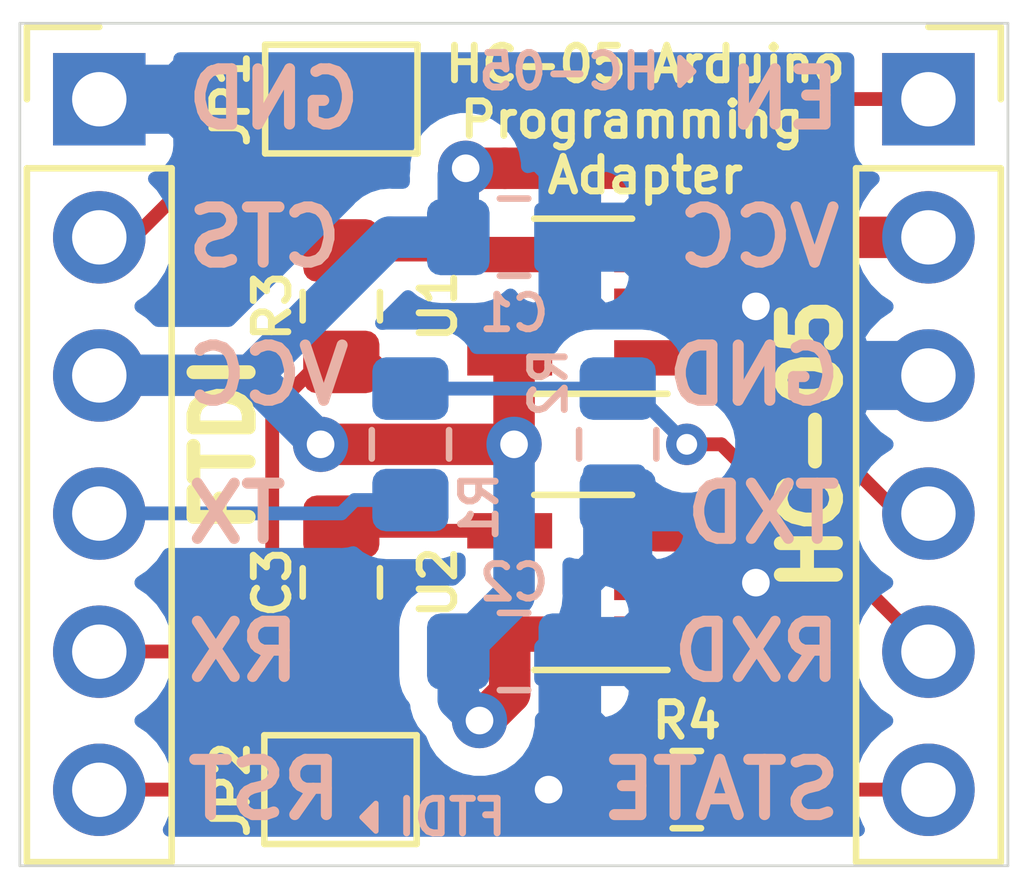
<source format=kicad_pcb>
(kicad_pcb (version 20171130) (host pcbnew "(5.1.5)-2")

  (general
    (thickness 1.6)
    (drawings 27)
    (tracks 75)
    (zones 0)
    (modules 13)
    (nets 14)
  )

  (page A)
  (title_block
    (title "Teensy 4.0 Breakout Board")
    (date 2019-12-24)
    (rev A)
    (company "Ray Sun")
  )

  (layers
    (0 F.Cu signal)
    (31 B.Cu signal)
    (32 B.Adhes user hide)
    (33 F.Adhes user hide)
    (34 B.Paste user hide)
    (35 F.Paste user hide)
    (36 B.SilkS user)
    (37 F.SilkS user)
    (38 B.Mask user hide)
    (39 F.Mask user hide)
    (40 Dwgs.User user hide)
    (41 Cmts.User user hide)
    (42 Eco1.User user)
    (43 Eco2.User user hide)
    (44 Edge.Cuts user)
    (45 Margin user hide)
    (46 B.CrtYd user hide)
    (47 F.CrtYd user hide)
    (48 B.Fab user hide)
    (49 F.Fab user hide)
  )

  (setup
    (last_trace_width 0.254)
    (trace_clearance 0.127)
    (zone_clearance 0.508)
    (zone_45_only no)
    (trace_min 0.2)
    (via_size 0.762)
    (via_drill 0.381)
    (via_min_size 0.4)
    (via_min_drill 0.3)
    (uvia_size 0.3)
    (uvia_drill 0.1)
    (uvias_allowed no)
    (uvia_min_size 0.2)
    (uvia_min_drill 0.1)
    (edge_width 0.05)
    (segment_width 0.2)
    (pcb_text_width 0.3)
    (pcb_text_size 1.5 1.5)
    (mod_edge_width 0.12)
    (mod_text_size 1 1)
    (mod_text_width 0.15)
    (pad_size 3.200001 3.200001)
    (pad_drill 3.200001)
    (pad_to_mask_clearance 0.0508)
    (solder_mask_min_width 0.254)
    (aux_axis_origin 125.667 111.125)
    (grid_origin 125.667 111.125)
    (visible_elements 7FFFFFFF)
    (pcbplotparams
      (layerselection 0x004f0_ffffffff)
      (usegerberextensions true)
      (usegerberattributes false)
      (usegerberadvancedattributes false)
      (creategerberjobfile false)
      (excludeedgelayer true)
      (linewidth 0.100000)
      (plotframeref false)
      (viasonmask false)
      (mode 1)
      (useauxorigin true)
      (hpglpennumber 1)
      (hpglpenspeed 20)
      (hpglpendiameter 15.000000)
      (psnegative false)
      (psa4output false)
      (plotreference true)
      (plotvalue true)
      (plotinvisibletext false)
      (padsonsilk false)
      (subtractmaskfromsilk false)
      (outputformat 1)
      (mirror false)
      (drillshape 0)
      (scaleselection 1)
      (outputdirectory "gerber-hc05/"))
  )

  (net 0 "")
  (net 1 GND)
  (net 2 +5V)
  (net 3 "Net-(C3-Pad2)")
  (net 4 "Net-(C3-Pad1)")
  (net 5 /hc05-adapter/RESET)
  (net 6 /hc05-adapter/RX)
  (net 7 /hc05-adapter/TX)
  (net 8 /hc05-adapter/ENABLE)
  (net 9 /hc05-adapter/BT_RST)
  (net 10 /hc05-adapter/BT_RX)
  (net 11 /hc05-adapter/BT_TX)
  (net 12 /hc05-adapter/BT_EN)
  (net 13 "Net-(R3-Pad2)")

  (net_class Default "This is the default net class."
    (clearance 0.127)
    (trace_width 0.254)
    (via_dia 0.762)
    (via_drill 0.381)
    (uvia_dia 0.3)
    (uvia_drill 0.1)
    (add_net /hc05-adapter/BT_EN)
    (add_net /hc05-adapter/BT_RST)
    (add_net /hc05-adapter/BT_RX)
    (add_net /hc05-adapter/BT_TX)
    (add_net /hc05-adapter/ENABLE)
    (add_net /hc05-adapter/RESET)
    (add_net /hc05-adapter/RX)
    (add_net /hc05-adapter/TX)
    (add_net "Net-(C3-Pad1)")
    (add_net "Net-(C3-Pad2)")
    (add_net "Net-(R3-Pad2)")
  )

  (net_class LowPower ""
    (clearance 0.127)
    (trace_width 0.762)
    (via_dia 1.016)
    (via_drill 0.508)
    (uvia_dia 0.3)
    (uvia_drill 0.1)
    (add_net +5V)
    (add_net GND)
  )

  (net_class Power ""
    (clearance 0.127)
    (trace_width 1.27)
    (via_dia 1.524)
    (via_drill 0.762)
    (uvia_dia 0.3)
    (uvia_drill 0.1)
  )

  (module Package_TO_SOT_SMD:SOT-23-5_HandSoldering (layer F.Cu) (tedit 5A0AB76C) (tstamp 5E0B7902)
    (at 136.0205 100.8345 180)
    (descr "5-pin SOT23 package")
    (tags "SOT-23-5 hand-soldering")
    (path /5E0B6BA1/5E0C3FB4)
    (attr smd)
    (fp_text reference U1 (at 2.667 0 90) (layer F.SilkS)
      (effects (font (size 0.635 0.635) (thickness 0.127)))
    )
    (fp_text value 74LVC1G17 (at 0 2.9) (layer F.Fab)
      (effects (font (size 1 1) (thickness 0.15)))
    )
    (fp_text user %R (at 0 0 90) (layer F.Fab)
      (effects (font (size 0.5 0.5) (thickness 0.075)))
    )
    (fp_line (start -0.9 1.61) (end 0.9 1.61) (layer F.SilkS) (width 0.12))
    (fp_line (start 0.9 -1.61) (end -1.55 -1.61) (layer F.SilkS) (width 0.12))
    (fp_line (start -0.9 -0.9) (end -0.25 -1.55) (layer F.Fab) (width 0.1))
    (fp_line (start 0.9 -1.55) (end -0.25 -1.55) (layer F.Fab) (width 0.1))
    (fp_line (start -0.9 -0.9) (end -0.9 1.55) (layer F.Fab) (width 0.1))
    (fp_line (start 0.9 1.55) (end -0.9 1.55) (layer F.Fab) (width 0.1))
    (fp_line (start 0.9 -1.55) (end 0.9 1.55) (layer F.Fab) (width 0.1))
    (fp_line (start -2.38 -1.8) (end 2.38 -1.8) (layer F.CrtYd) (width 0.05))
    (fp_line (start -2.38 -1.8) (end -2.38 1.8) (layer F.CrtYd) (width 0.05))
    (fp_line (start 2.38 1.8) (end 2.38 -1.8) (layer F.CrtYd) (width 0.05))
    (fp_line (start 2.38 1.8) (end -2.38 1.8) (layer F.CrtYd) (width 0.05))
    (pad 1 smd rect (at -1.35 -0.95 180) (size 1.56 0.65) (layers F.Cu F.Paste F.Mask))
    (pad 2 smd rect (at -1.35 0 180) (size 1.56 0.65) (layers F.Cu F.Paste F.Mask)
      (net 11 /hc05-adapter/BT_TX))
    (pad 3 smd rect (at -1.35 0.95 180) (size 1.56 0.65) (layers F.Cu F.Paste F.Mask)
      (net 1 GND))
    (pad 4 smd rect (at 1.35 0.95 180) (size 1.56 0.65) (layers F.Cu F.Paste F.Mask)
      (net 13 "Net-(R3-Pad2)"))
    (pad 5 smd rect (at 1.35 -0.95 180) (size 1.56 0.65) (layers F.Cu F.Paste F.Mask)
      (net 2 +5V))
    (model ${KISYS3DMOD}/Package_TO_SOT_SMD.3dshapes/SOT-23-5.wrl
      (at (xyz 0 0 0))
      (scale (xyz 1 1 1))
      (rotate (xyz 0 0 0))
    )
  )

  (module Resistor_SMD:R_0805_2012Metric_Pad1.15x1.40mm_HandSolder (layer F.Cu) (tedit 5B36C52B) (tstamp 5E0B78CE)
    (at 137.9255 109.7245 180)
    (descr "Resistor SMD 0805 (2012 Metric), square (rectangular) end terminal, IPC_7351 nominal with elongated pad for handsoldering. (Body size source: https://docs.google.com/spreadsheets/d/1BsfQQcO9C6DZCsRaXUlFlo91Tg2WpOkGARC1WS5S8t0/edit?usp=sharing), generated with kicad-footprint-generator")
    (tags "resistor handsolder")
    (path /5E0B6BA1/5E0C5B10)
    (attr smd)
    (fp_text reference R4 (at 0 1.27) (layer F.SilkS)
      (effects (font (size 0.635 0.635) (thickness 0.127)))
    )
    (fp_text value 10K (at 0 1.65) (layer F.Fab)
      (effects (font (size 1 1) (thickness 0.15)))
    )
    (fp_line (start -1 0.6) (end -1 -0.6) (layer F.Fab) (width 0.1))
    (fp_line (start -1 -0.6) (end 1 -0.6) (layer F.Fab) (width 0.1))
    (fp_line (start 1 -0.6) (end 1 0.6) (layer F.Fab) (width 0.1))
    (fp_line (start 1 0.6) (end -1 0.6) (layer F.Fab) (width 0.1))
    (fp_line (start -0.261252 -0.71) (end 0.261252 -0.71) (layer F.SilkS) (width 0.12))
    (fp_line (start -0.261252 0.71) (end 0.261252 0.71) (layer F.SilkS) (width 0.12))
    (fp_line (start -1.85 0.95) (end -1.85 -0.95) (layer F.CrtYd) (width 0.05))
    (fp_line (start -1.85 -0.95) (end 1.85 -0.95) (layer F.CrtYd) (width 0.05))
    (fp_line (start 1.85 -0.95) (end 1.85 0.95) (layer F.CrtYd) (width 0.05))
    (fp_line (start 1.85 0.95) (end -1.85 0.95) (layer F.CrtYd) (width 0.05))
    (fp_text user %R (at 0 0) (layer F.Fab)
      (effects (font (size 0.5 0.5) (thickness 0.08)))
    )
    (pad 1 smd roundrect (at -1.025 0 180) (size 1.15 1.4) (layers F.Cu F.Paste F.Mask) (roundrect_rratio 0.217391)
      (net 9 /hc05-adapter/BT_RST))
    (pad 2 smd roundrect (at 1.025 0 180) (size 1.15 1.4) (layers F.Cu F.Paste F.Mask) (roundrect_rratio 0.217391)
      (net 1 GND))
    (model ${KISYS3DMOD}/Resistor_SMD.3dshapes/R_0805_2012Metric.wrl
      (at (xyz 0 0 0))
      (scale (xyz 1 1 1))
      (rotate (xyz 0 0 0))
    )
  )

  (module Resistor_SMD:R_0805_2012Metric_Pad1.15x1.40mm_HandSolder (layer F.Cu) (tedit 5B36C52B) (tstamp 5E0B789E)
    (at 131.5755 100.8345 90)
    (descr "Resistor SMD 0805 (2012 Metric), square (rectangular) end terminal, IPC_7351 nominal with elongated pad for handsoldering. (Body size source: https://docs.google.com/spreadsheets/d/1BsfQQcO9C6DZCsRaXUlFlo91Tg2WpOkGARC1WS5S8t0/edit?usp=sharing), generated with kicad-footprint-generator")
    (tags "resistor handsolder")
    (path /5E0B6BA1/5E0E0548)
    (attr smd)
    (fp_text reference R3 (at 0 -1.27 270) (layer F.SilkS)
      (effects (font (size 0.635 0.635) (thickness 0.127)))
    )
    (fp_text value 100 (at 0 1.65 90) (layer F.Fab)
      (effects (font (size 1 1) (thickness 0.15)))
    )
    (fp_text user %R (at 0 0 90) (layer F.Fab)
      (effects (font (size 0.5 0.5) (thickness 0.08)))
    )
    (fp_line (start 1.85 0.95) (end -1.85 0.95) (layer F.CrtYd) (width 0.05))
    (fp_line (start 1.85 -0.95) (end 1.85 0.95) (layer F.CrtYd) (width 0.05))
    (fp_line (start -1.85 -0.95) (end 1.85 -0.95) (layer F.CrtYd) (width 0.05))
    (fp_line (start -1.85 0.95) (end -1.85 -0.95) (layer F.CrtYd) (width 0.05))
    (fp_line (start -0.261252 0.71) (end 0.261252 0.71) (layer F.SilkS) (width 0.12))
    (fp_line (start -0.261252 -0.71) (end 0.261252 -0.71) (layer F.SilkS) (width 0.12))
    (fp_line (start 1 0.6) (end -1 0.6) (layer F.Fab) (width 0.1))
    (fp_line (start 1 -0.6) (end 1 0.6) (layer F.Fab) (width 0.1))
    (fp_line (start -1 -0.6) (end 1 -0.6) (layer F.Fab) (width 0.1))
    (fp_line (start -1 0.6) (end -1 -0.6) (layer F.Fab) (width 0.1))
    (pad 2 smd roundrect (at 1.025 0 90) (size 1.15 1.4) (layers F.Cu F.Paste F.Mask) (roundrect_rratio 0.217391)
      (net 13 "Net-(R3-Pad2)"))
    (pad 1 smd roundrect (at -1.025 0 90) (size 1.15 1.4) (layers F.Cu F.Paste F.Mask) (roundrect_rratio 0.217391)
      (net 6 /hc05-adapter/RX))
    (model ${KISYS3DMOD}/Resistor_SMD.3dshapes/R_0805_2012Metric.wrl
      (at (xyz 0 0 0))
      (scale (xyz 1 1 1))
      (rotate (xyz 0 0 0))
    )
  )

  (module Capacitor_SMD:C_0805_2012Metric_Pad1.15x1.40mm_HandSolder (layer F.Cu) (tedit 5B36C52B) (tstamp 5E0B786E)
    (at 131.5755 105.9145 90)
    (descr "Capacitor SMD 0805 (2012 Metric), square (rectangular) end terminal, IPC_7351 nominal with elongated pad for handsoldering. (Body size source: https://docs.google.com/spreadsheets/d/1BsfQQcO9C6DZCsRaXUlFlo91Tg2WpOkGARC1WS5S8t0/edit?usp=sharing), generated with kicad-footprint-generator")
    (tags "capacitor handsolder")
    (path /5E0B6BA1/5E0C4C5E)
    (attr smd)
    (fp_text reference C3 (at 0 -1.27 90) (layer F.SilkS)
      (effects (font (size 0.635 0.635) (thickness 0.127)))
    )
    (fp_text value 0.1uF (at 0 1.65 90) (layer F.Fab)
      (effects (font (size 1 1) (thickness 0.15)))
    )
    (fp_line (start -1 0.6) (end -1 -0.6) (layer F.Fab) (width 0.1))
    (fp_line (start -1 -0.6) (end 1 -0.6) (layer F.Fab) (width 0.1))
    (fp_line (start 1 -0.6) (end 1 0.6) (layer F.Fab) (width 0.1))
    (fp_line (start 1 0.6) (end -1 0.6) (layer F.Fab) (width 0.1))
    (fp_line (start -0.261252 -0.71) (end 0.261252 -0.71) (layer F.SilkS) (width 0.12))
    (fp_line (start -0.261252 0.71) (end 0.261252 0.71) (layer F.SilkS) (width 0.12))
    (fp_line (start -1.85 0.95) (end -1.85 -0.95) (layer F.CrtYd) (width 0.05))
    (fp_line (start -1.85 -0.95) (end 1.85 -0.95) (layer F.CrtYd) (width 0.05))
    (fp_line (start 1.85 -0.95) (end 1.85 0.95) (layer F.CrtYd) (width 0.05))
    (fp_line (start 1.85 0.95) (end -1.85 0.95) (layer F.CrtYd) (width 0.05))
    (fp_text user %R (at 0 0 90) (layer F.Fab)
      (effects (font (size 0.5 0.5) (thickness 0.08)))
    )
    (pad 1 smd roundrect (at -1.025 0 90) (size 1.15 1.4) (layers F.Cu F.Paste F.Mask) (roundrect_rratio 0.217391)
      (net 4 "Net-(C3-Pad1)"))
    (pad 2 smd roundrect (at 1.025 0 90) (size 1.15 1.4) (layers F.Cu F.Paste F.Mask) (roundrect_rratio 0.217391)
      (net 3 "Net-(C3-Pad2)"))
    (model ${KISYS3DMOD}/Capacitor_SMD.3dshapes/C_0805_2012Metric.wrl
      (at (xyz 0 0 0))
      (scale (xyz 1 1 1))
      (rotate (xyz 0 0 0))
    )
  )

  (module Jumper:SolderJumper-2_P1.3mm_Bridged_Pad1.0x1.5mm (layer F.Cu) (tedit 5C756AB2) (tstamp 5E0B7842)
    (at 131.5755 97.0245 180)
    (descr "SMD Solder Jumper, 1x1.5mm Pads, 0.3mm gap, bridged with 1 copper strip")
    (tags "solder jumper open")
    (path /5E0B6BA1/5E0D3576)
    (attr virtual)
    (fp_text reference JP1 (at 2.032 0 270) (layer F.SilkS)
      (effects (font (size 0.635 0.635) (thickness 0.127)))
    )
    (fp_text value SolderJumper_2_Bridged (at 0 1.9) (layer F.Fab)
      (effects (font (size 1 1) (thickness 0.15)))
    )
    (fp_line (start -1.4 1) (end -1.4 -1) (layer F.SilkS) (width 0.12))
    (fp_line (start 1.4 1) (end -1.4 1) (layer F.SilkS) (width 0.12))
    (fp_line (start 1.4 -1) (end 1.4 1) (layer F.SilkS) (width 0.12))
    (fp_line (start -1.4 -1) (end 1.4 -1) (layer F.SilkS) (width 0.12))
    (fp_line (start -1.65 -1.25) (end 1.65 -1.25) (layer F.CrtYd) (width 0.05))
    (fp_line (start -1.65 -1.25) (end -1.65 1.25) (layer F.CrtYd) (width 0.05))
    (fp_line (start 1.65 1.25) (end 1.65 -1.25) (layer F.CrtYd) (width 0.05))
    (fp_line (start 1.65 1.25) (end -1.65 1.25) (layer F.CrtYd) (width 0.05))
    (fp_poly (pts (xy -0.25 -0.3) (xy 0.25 -0.3) (xy 0.25 0.3) (xy -0.25 0.3)) (layer F.Cu) (width 0))
    (pad 1 smd rect (at -0.65 0 180) (size 1 1.5) (layers F.Cu F.Mask)
      (net 12 /hc05-adapter/BT_EN))
    (pad 2 smd rect (at 0.65 0 180) (size 1 1.5) (layers F.Cu F.Mask)
      (net 8 /hc05-adapter/ENABLE))
  )

  (module Connector_PinHeader_2.54mm:PinHeader_1x06_P2.54mm_Vertical (layer F.Cu) (tedit 59FED5CC) (tstamp 5E0B7802)
    (at 127.127 97.028)
    (descr "Through hole straight pin header, 1x06, 2.54mm pitch, single row")
    (tags "Through hole pin header THT 1x06 2.54mm single row")
    (path /5E0B6BA1/5E0BC2EB)
    (fp_text reference J1 (at 0 -2.159) (layer F.SilkS) hide
      (effects (font (size 1 1) (thickness 0.15)))
    )
    (fp_text value Conn_01x06_0.1_Header (at 0 15.03) (layer F.Fab)
      (effects (font (size 1 1) (thickness 0.15)))
    )
    (fp_line (start -0.635 -1.27) (end 1.27 -1.27) (layer F.Fab) (width 0.1))
    (fp_line (start 1.27 -1.27) (end 1.27 13.97) (layer F.Fab) (width 0.1))
    (fp_line (start 1.27 13.97) (end -1.27 13.97) (layer F.Fab) (width 0.1))
    (fp_line (start -1.27 13.97) (end -1.27 -0.635) (layer F.Fab) (width 0.1))
    (fp_line (start -1.27 -0.635) (end -0.635 -1.27) (layer F.Fab) (width 0.1))
    (fp_line (start -1.33 14.03) (end 1.33 14.03) (layer F.SilkS) (width 0.12))
    (fp_line (start -1.33 1.27) (end -1.33 14.03) (layer F.SilkS) (width 0.12))
    (fp_line (start 1.33 1.27) (end 1.33 14.03) (layer F.SilkS) (width 0.12))
    (fp_line (start -1.33 1.27) (end 1.33 1.27) (layer F.SilkS) (width 0.12))
    (fp_line (start -1.33 0) (end -1.33 -1.33) (layer F.SilkS) (width 0.12))
    (fp_line (start -1.33 -1.33) (end 0 -1.33) (layer F.SilkS) (width 0.12))
    (fp_line (start -1.8 -1.8) (end -1.8 14.5) (layer F.CrtYd) (width 0.05))
    (fp_line (start -1.8 14.5) (end 1.8 14.5) (layer F.CrtYd) (width 0.05))
    (fp_line (start 1.8 14.5) (end 1.8 -1.8) (layer F.CrtYd) (width 0.05))
    (fp_line (start 1.8 -1.8) (end -1.8 -1.8) (layer F.CrtYd) (width 0.05))
    (fp_text user %R (at 0 6.35 90) (layer F.Fab)
      (effects (font (size 1 1) (thickness 0.15)))
    )
    (pad 1 thru_hole rect (at 0 0) (size 1.7 1.7) (drill 1) (layers *.Cu *.Mask)
      (net 1 GND))
    (pad 2 thru_hole oval (at 0 2.54) (size 1.7 1.7) (drill 1) (layers *.Cu *.Mask)
      (net 8 /hc05-adapter/ENABLE))
    (pad 3 thru_hole oval (at 0 5.08) (size 1.7 1.7) (drill 1) (layers *.Cu *.Mask)
      (net 2 +5V))
    (pad 4 thru_hole oval (at 0 7.62) (size 1.7 1.7) (drill 1) (layers *.Cu *.Mask)
      (net 7 /hc05-adapter/TX))
    (pad 5 thru_hole oval (at 0 10.16) (size 1.7 1.7) (drill 1) (layers *.Cu *.Mask)
      (net 6 /hc05-adapter/RX))
    (pad 6 thru_hole oval (at 0 12.7) (size 1.7 1.7) (drill 1) (layers *.Cu *.Mask)
      (net 5 /hc05-adapter/RESET))
    (model ${KISYS3DMOD}/Connector_PinHeader_2.54mm.3dshapes/PinHeader_1x06_P2.54mm_Vertical.wrl
      (at (xyz 0 0 0))
      (scale (xyz 1 1 1))
      (rotate (xyz 0 0 0))
    )
  )

  (module Package_TO_SOT_SMD:SOT-23-5_HandSoldering (layer F.Cu) (tedit 5A0AB76C) (tstamp 5E0B77C1)
    (at 136.0205 105.9145 180)
    (descr "5-pin SOT23 package")
    (tags "SOT-23-5 hand-soldering")
    (path /5E0B6BA1/5E0C3986)
    (attr smd)
    (fp_text reference U2 (at 2.667 0 90) (layer F.SilkS)
      (effects (font (size 0.635 0.635) (thickness 0.127)))
    )
    (fp_text value 74LVC1G14 (at 0 2.9) (layer F.Fab)
      (effects (font (size 1 1) (thickness 0.15)))
    )
    (fp_text user %R (at 0 0 90) (layer F.Fab)
      (effects (font (size 0.5 0.5) (thickness 0.075)))
    )
    (fp_line (start -0.9 1.61) (end 0.9 1.61) (layer F.SilkS) (width 0.12))
    (fp_line (start 0.9 -1.61) (end -1.55 -1.61) (layer F.SilkS) (width 0.12))
    (fp_line (start -0.9 -0.9) (end -0.25 -1.55) (layer F.Fab) (width 0.1))
    (fp_line (start 0.9 -1.55) (end -0.25 -1.55) (layer F.Fab) (width 0.1))
    (fp_line (start -0.9 -0.9) (end -0.9 1.55) (layer F.Fab) (width 0.1))
    (fp_line (start 0.9 1.55) (end -0.9 1.55) (layer F.Fab) (width 0.1))
    (fp_line (start 0.9 -1.55) (end 0.9 1.55) (layer F.Fab) (width 0.1))
    (fp_line (start -2.38 -1.8) (end 2.38 -1.8) (layer F.CrtYd) (width 0.05))
    (fp_line (start -2.38 -1.8) (end -2.38 1.8) (layer F.CrtYd) (width 0.05))
    (fp_line (start 2.38 1.8) (end 2.38 -1.8) (layer F.CrtYd) (width 0.05))
    (fp_line (start 2.38 1.8) (end -2.38 1.8) (layer F.CrtYd) (width 0.05))
    (pad 1 smd rect (at -1.35 -0.95 180) (size 1.56 0.65) (layers F.Cu F.Paste F.Mask))
    (pad 2 smd rect (at -1.35 0 180) (size 1.56 0.65) (layers F.Cu F.Paste F.Mask)
      (net 9 /hc05-adapter/BT_RST))
    (pad 3 smd rect (at -1.35 0.95 180) (size 1.56 0.65) (layers F.Cu F.Paste F.Mask)
      (net 1 GND))
    (pad 4 smd rect (at 1.35 0.95 180) (size 1.56 0.65) (layers F.Cu F.Paste F.Mask)
      (net 3 "Net-(C3-Pad2)"))
    (pad 5 smd rect (at 1.35 -0.95 180) (size 1.56 0.65) (layers F.Cu F.Paste F.Mask)
      (net 2 +5V))
    (model ${KISYS3DMOD}/Package_TO_SOT_SMD.3dshapes/SOT-23-5.wrl
      (at (xyz 0 0 0))
      (scale (xyz 1 1 1))
      (rotate (xyz 0 0 0))
    )
  )

  (module Connector_PinSocket_2.54mm:PinSocket_1x06_P2.54mm_Vertical (layer F.Cu) (tedit 5A19A430) (tstamp 5E0B777B)
    (at 142.367 97.028)
    (descr "Through hole straight socket strip, 1x06, 2.54mm pitch, single row (from Kicad 4.0.7), script generated")
    (tags "Through hole socket strip THT 1x06 2.54mm single row")
    (path /5E0B6BA1/5E0BBAB8)
    (fp_text reference J2 (at 0 -2.159) (layer F.SilkS) hide
      (effects (font (size 1 1) (thickness 0.15)))
    )
    (fp_text value Conn_01x06_0.1_Socket (at 0 15.47) (layer F.Fab)
      (effects (font (size 1 1) (thickness 0.15)))
    )
    (fp_line (start -1.27 -1.27) (end 0.635 -1.27) (layer F.Fab) (width 0.1))
    (fp_line (start 0.635 -1.27) (end 1.27 -0.635) (layer F.Fab) (width 0.1))
    (fp_line (start 1.27 -0.635) (end 1.27 13.97) (layer F.Fab) (width 0.1))
    (fp_line (start 1.27 13.97) (end -1.27 13.97) (layer F.Fab) (width 0.1))
    (fp_line (start -1.27 13.97) (end -1.27 -1.27) (layer F.Fab) (width 0.1))
    (fp_line (start -1.33 1.27) (end 1.33 1.27) (layer F.SilkS) (width 0.12))
    (fp_line (start -1.33 1.27) (end -1.33 14.03) (layer F.SilkS) (width 0.12))
    (fp_line (start -1.33 14.03) (end 1.33 14.03) (layer F.SilkS) (width 0.12))
    (fp_line (start 1.33 1.27) (end 1.33 14.03) (layer F.SilkS) (width 0.12))
    (fp_line (start 1.33 -1.33) (end 1.33 0) (layer F.SilkS) (width 0.12))
    (fp_line (start 0 -1.33) (end 1.33 -1.33) (layer F.SilkS) (width 0.12))
    (fp_line (start -1.8 -1.8) (end 1.75 -1.8) (layer F.CrtYd) (width 0.05))
    (fp_line (start 1.75 -1.8) (end 1.75 14.45) (layer F.CrtYd) (width 0.05))
    (fp_line (start 1.75 14.45) (end -1.8 14.45) (layer F.CrtYd) (width 0.05))
    (fp_line (start -1.8 14.45) (end -1.8 -1.8) (layer F.CrtYd) (width 0.05))
    (fp_text user %R (at 0 6.35 90) (layer F.Fab)
      (effects (font (size 1 1) (thickness 0.15)))
    )
    (pad 1 thru_hole rect (at 0 0) (size 1.7 1.7) (drill 1) (layers *.Cu *.Mask)
      (net 12 /hc05-adapter/BT_EN))
    (pad 2 thru_hole oval (at 0 2.54) (size 1.7 1.7) (drill 1) (layers *.Cu *.Mask)
      (net 2 +5V))
    (pad 3 thru_hole oval (at 0 5.08) (size 1.7 1.7) (drill 1) (layers *.Cu *.Mask)
      (net 1 GND))
    (pad 4 thru_hole oval (at 0 7.62) (size 1.7 1.7) (drill 1) (layers *.Cu *.Mask)
      (net 11 /hc05-adapter/BT_TX))
    (pad 5 thru_hole oval (at 0 10.16) (size 1.7 1.7) (drill 1) (layers *.Cu *.Mask)
      (net 10 /hc05-adapter/BT_RX))
    (pad 6 thru_hole oval (at 0 12.7) (size 1.7 1.7) (drill 1) (layers *.Cu *.Mask)
      (net 9 /hc05-adapter/BT_RST))
    (model ${KISYS3DMOD}/Connector_PinSocket_2.54mm.3dshapes/PinSocket_1x06_P2.54mm_Vertical.wrl
      (at (xyz 0 0 0))
      (scale (xyz 1 1 1))
      (rotate (xyz 0 0 0))
    )
  )

  (module Capacitor_SMD:C_0805_2012Metric_Pad1.15x1.40mm_HandSolder (layer B.Cu) (tedit 5B36C52B) (tstamp 5E0B7742)
    (at 134.7505 99.5645)
    (descr "Capacitor SMD 0805 (2012 Metric), square (rectangular) end terminal, IPC_7351 nominal with elongated pad for handsoldering. (Body size source: https://docs.google.com/spreadsheets/d/1BsfQQcO9C6DZCsRaXUlFlo91Tg2WpOkGARC1WS5S8t0/edit?usp=sharing), generated with kicad-footprint-generator")
    (tags "capacitor handsolder")
    (path /5E0B6BA1/5E0C10F0)
    (attr smd)
    (fp_text reference C1 (at 0 1.397) (layer B.SilkS)
      (effects (font (size 0.635 0.635) (thickness 0.127)) (justify mirror))
    )
    (fp_text value 0.1uF (at 0 -1.65) (layer B.Fab)
      (effects (font (size 1 1) (thickness 0.15)) (justify mirror))
    )
    (fp_line (start -1 -0.6) (end -1 0.6) (layer B.Fab) (width 0.1))
    (fp_line (start -1 0.6) (end 1 0.6) (layer B.Fab) (width 0.1))
    (fp_line (start 1 0.6) (end 1 -0.6) (layer B.Fab) (width 0.1))
    (fp_line (start 1 -0.6) (end -1 -0.6) (layer B.Fab) (width 0.1))
    (fp_line (start -0.261252 0.71) (end 0.261252 0.71) (layer B.SilkS) (width 0.12))
    (fp_line (start -0.261252 -0.71) (end 0.261252 -0.71) (layer B.SilkS) (width 0.12))
    (fp_line (start -1.85 -0.95) (end -1.85 0.95) (layer B.CrtYd) (width 0.05))
    (fp_line (start -1.85 0.95) (end 1.85 0.95) (layer B.CrtYd) (width 0.05))
    (fp_line (start 1.85 0.95) (end 1.85 -0.95) (layer B.CrtYd) (width 0.05))
    (fp_line (start 1.85 -0.95) (end -1.85 -0.95) (layer B.CrtYd) (width 0.05))
    (fp_text user %R (at 0 0) (layer B.Fab)
      (effects (font (size 0.5 0.5) (thickness 0.08)) (justify mirror))
    )
    (pad 1 smd roundrect (at -1.025 0) (size 1.15 1.4) (layers B.Cu B.Paste B.Mask) (roundrect_rratio 0.217391)
      (net 2 +5V))
    (pad 2 smd roundrect (at 1.025 0) (size 1.15 1.4) (layers B.Cu B.Paste B.Mask) (roundrect_rratio 0.217391)
      (net 1 GND))
    (model ${KISYS3DMOD}/Capacitor_SMD.3dshapes/C_0805_2012Metric.wrl
      (at (xyz 0 0 0))
      (scale (xyz 1 1 1))
      (rotate (xyz 0 0 0))
    )
  )

  (module Resistor_SMD:R_0805_2012Metric_Pad1.15x1.40mm_HandSolder (layer B.Cu) (tedit 5B36C52B) (tstamp 5E0B7712)
    (at 136.6555 103.3745 270)
    (descr "Resistor SMD 0805 (2012 Metric), square (rectangular) end terminal, IPC_7351 nominal with elongated pad for handsoldering. (Body size source: https://docs.google.com/spreadsheets/d/1BsfQQcO9C6DZCsRaXUlFlo91Tg2WpOkGARC1WS5S8t0/edit?usp=sharing), generated with kicad-footprint-generator")
    (tags "resistor handsolder")
    (path /5E0B6BA1/5E0CE561)
    (attr smd)
    (fp_text reference R2 (at -1.1395 1.27 90) (layer B.SilkS)
      (effects (font (size 0.635 0.635) (thickness 0.127)) (justify mirror))
    )
    (fp_text value 2K (at 0 -1.65 90) (layer B.Fab)
      (effects (font (size 1 1) (thickness 0.15)) (justify mirror))
    )
    (fp_line (start -1 -0.6) (end -1 0.6) (layer B.Fab) (width 0.1))
    (fp_line (start -1 0.6) (end 1 0.6) (layer B.Fab) (width 0.1))
    (fp_line (start 1 0.6) (end 1 -0.6) (layer B.Fab) (width 0.1))
    (fp_line (start 1 -0.6) (end -1 -0.6) (layer B.Fab) (width 0.1))
    (fp_line (start -0.261252 0.71) (end 0.261252 0.71) (layer B.SilkS) (width 0.12))
    (fp_line (start -0.261252 -0.71) (end 0.261252 -0.71) (layer B.SilkS) (width 0.12))
    (fp_line (start -1.85 -0.95) (end -1.85 0.95) (layer B.CrtYd) (width 0.05))
    (fp_line (start -1.85 0.95) (end 1.85 0.95) (layer B.CrtYd) (width 0.05))
    (fp_line (start 1.85 0.95) (end 1.85 -0.95) (layer B.CrtYd) (width 0.05))
    (fp_line (start 1.85 -0.95) (end -1.85 -0.95) (layer B.CrtYd) (width 0.05))
    (fp_text user %R (at 0 0 90) (layer B.Fab)
      (effects (font (size 0.5 0.5) (thickness 0.08)) (justify mirror))
    )
    (pad 1 smd roundrect (at -1.025 0 270) (size 1.15 1.4) (layers B.Cu B.Paste B.Mask) (roundrect_rratio 0.217391)
      (net 10 /hc05-adapter/BT_RX))
    (pad 2 smd roundrect (at 1.025 0 270) (size 1.15 1.4) (layers B.Cu B.Paste B.Mask) (roundrect_rratio 0.217391)
      (net 1 GND))
    (model ${KISYS3DMOD}/Resistor_SMD.3dshapes/R_0805_2012Metric.wrl
      (at (xyz 0 0 0))
      (scale (xyz 1 1 1))
      (rotate (xyz 0 0 0))
    )
  )

  (module Resistor_SMD:R_0805_2012Metric_Pad1.15x1.40mm_HandSolder (layer B.Cu) (tedit 5B36C52B) (tstamp 5E0B76E2)
    (at 132.8455 103.3745 90)
    (descr "Resistor SMD 0805 (2012 Metric), square (rectangular) end terminal, IPC_7351 nominal with elongated pad for handsoldering. (Body size source: https://docs.google.com/spreadsheets/d/1BsfQQcO9C6DZCsRaXUlFlo91Tg2WpOkGARC1WS5S8t0/edit?usp=sharing), generated with kicad-footprint-generator")
    (tags "resistor handsolder")
    (path /5E0B6BA1/5E0BE5BB)
    (attr smd)
    (fp_text reference R1 (at -1.1465 1.27 90) (layer B.SilkS)
      (effects (font (size 0.635 0.635) (thickness 0.127)) (justify mirror))
    )
    (fp_text value 1K (at 0 -1.65 90) (layer B.Fab)
      (effects (font (size 1 1) (thickness 0.15)) (justify mirror))
    )
    (fp_line (start -1 -0.6) (end -1 0.6) (layer B.Fab) (width 0.1))
    (fp_line (start -1 0.6) (end 1 0.6) (layer B.Fab) (width 0.1))
    (fp_line (start 1 0.6) (end 1 -0.6) (layer B.Fab) (width 0.1))
    (fp_line (start 1 -0.6) (end -1 -0.6) (layer B.Fab) (width 0.1))
    (fp_line (start -0.261252 0.71) (end 0.261252 0.71) (layer B.SilkS) (width 0.12))
    (fp_line (start -0.261252 -0.71) (end 0.261252 -0.71) (layer B.SilkS) (width 0.12))
    (fp_line (start -1.85 -0.95) (end -1.85 0.95) (layer B.CrtYd) (width 0.05))
    (fp_line (start -1.85 0.95) (end 1.85 0.95) (layer B.CrtYd) (width 0.05))
    (fp_line (start 1.85 0.95) (end 1.85 -0.95) (layer B.CrtYd) (width 0.05))
    (fp_line (start 1.85 -0.95) (end -1.85 -0.95) (layer B.CrtYd) (width 0.05))
    (fp_text user %R (at 0 0 90) (layer B.Fab)
      (effects (font (size 0.5 0.5) (thickness 0.08)) (justify mirror))
    )
    (pad 1 smd roundrect (at -1.025 0 90) (size 1.15 1.4) (layers B.Cu B.Paste B.Mask) (roundrect_rratio 0.217391)
      (net 7 /hc05-adapter/TX))
    (pad 2 smd roundrect (at 1.025 0 90) (size 1.15 1.4) (layers B.Cu B.Paste B.Mask) (roundrect_rratio 0.217391)
      (net 10 /hc05-adapter/BT_RX))
    (model ${KISYS3DMOD}/Resistor_SMD.3dshapes/R_0805_2012Metric.wrl
      (at (xyz 0 0 0))
      (scale (xyz 1 1 1))
      (rotate (xyz 0 0 0))
    )
  )

  (module Jumper:SolderJumper-2_P1.3mm_Bridged_Pad1.0x1.5mm (layer F.Cu) (tedit 5C756AB2) (tstamp 5E0B76B6)
    (at 131.5605 109.7245 180)
    (descr "SMD Solder Jumper, 1x1.5mm Pads, 0.3mm gap, bridged with 1 copper strip")
    (tags "solder jumper open")
    (path /5E0B6BA1/5E0D3D36)
    (attr virtual)
    (fp_text reference JP2 (at 2.017 0 90) (layer F.SilkS)
      (effects (font (size 0.635 0.635) (thickness 0.127)))
    )
    (fp_text value SolderJumper_2_Bridged (at 0 1.9) (layer F.Fab)
      (effects (font (size 1 1) (thickness 0.15)))
    )
    (fp_line (start -1.4 1) (end -1.4 -1) (layer F.SilkS) (width 0.12))
    (fp_line (start 1.4 1) (end -1.4 1) (layer F.SilkS) (width 0.12))
    (fp_line (start 1.4 -1) (end 1.4 1) (layer F.SilkS) (width 0.12))
    (fp_line (start -1.4 -1) (end 1.4 -1) (layer F.SilkS) (width 0.12))
    (fp_line (start -1.65 -1.25) (end 1.65 -1.25) (layer F.CrtYd) (width 0.05))
    (fp_line (start -1.65 -1.25) (end -1.65 1.25) (layer F.CrtYd) (width 0.05))
    (fp_line (start 1.65 1.25) (end 1.65 -1.25) (layer F.CrtYd) (width 0.05))
    (fp_line (start 1.65 1.25) (end -1.65 1.25) (layer F.CrtYd) (width 0.05))
    (fp_poly (pts (xy -0.25 -0.3) (xy 0.25 -0.3) (xy 0.25 0.3) (xy -0.25 0.3)) (layer F.Cu) (width 0))
    (pad 1 smd rect (at -0.65 0 180) (size 1 1.5) (layers F.Cu F.Mask)
      (net 4 "Net-(C3-Pad1)"))
    (pad 2 smd rect (at 0.65 0 180) (size 1 1.5) (layers F.Cu F.Mask)
      (net 5 /hc05-adapter/RESET))
  )

  (module Capacitor_SMD:C_0805_2012Metric_Pad1.15x1.40mm_HandSolder (layer B.Cu) (tedit 5B36C52B) (tstamp 5E0B7688)
    (at 134.7505 107.1845)
    (descr "Capacitor SMD 0805 (2012 Metric), square (rectangular) end terminal, IPC_7351 nominal with elongated pad for handsoldering. (Body size source: https://docs.google.com/spreadsheets/d/1BsfQQcO9C6DZCsRaXUlFlo91Tg2WpOkGARC1WS5S8t0/edit?usp=sharing), generated with kicad-footprint-generator")
    (tags "capacitor handsolder")
    (path /5E0B6BA1/5E0C1EE0)
    (attr smd)
    (fp_text reference C2 (at 0 -1.27) (layer B.SilkS)
      (effects (font (size 0.635 0.635) (thickness 0.127)) (justify mirror))
    )
    (fp_text value 0.1uF (at 0 -1.65) (layer B.Fab)
      (effects (font (size 1 1) (thickness 0.15)) (justify mirror))
    )
    (fp_line (start -1 -0.6) (end -1 0.6) (layer B.Fab) (width 0.1))
    (fp_line (start -1 0.6) (end 1 0.6) (layer B.Fab) (width 0.1))
    (fp_line (start 1 0.6) (end 1 -0.6) (layer B.Fab) (width 0.1))
    (fp_line (start 1 -0.6) (end -1 -0.6) (layer B.Fab) (width 0.1))
    (fp_line (start -0.261252 0.71) (end 0.261252 0.71) (layer B.SilkS) (width 0.12))
    (fp_line (start -0.261252 -0.71) (end 0.261252 -0.71) (layer B.SilkS) (width 0.12))
    (fp_line (start -1.85 -0.95) (end -1.85 0.95) (layer B.CrtYd) (width 0.05))
    (fp_line (start -1.85 0.95) (end 1.85 0.95) (layer B.CrtYd) (width 0.05))
    (fp_line (start 1.85 0.95) (end 1.85 -0.95) (layer B.CrtYd) (width 0.05))
    (fp_line (start 1.85 -0.95) (end -1.85 -0.95) (layer B.CrtYd) (width 0.05))
    (fp_text user %R (at 0 0) (layer B.Fab)
      (effects (font (size 0.5 0.5) (thickness 0.08)) (justify mirror))
    )
    (pad 1 smd roundrect (at -1.025 0) (size 1.15 1.4) (layers B.Cu B.Paste B.Mask) (roundrect_rratio 0.217391)
      (net 2 +5V))
    (pad 2 smd roundrect (at 1.025 0) (size 1.15 1.4) (layers B.Cu B.Paste B.Mask) (roundrect_rratio 0.217391)
      (net 1 GND))
    (model ${KISYS3DMOD}/Capacitor_SMD.3dshapes/C_0805_2012Metric.wrl
      (at (xyz 0 0 0))
      (scale (xyz 1 1 1))
      (rotate (xyz 0 0 0))
    )
  )

  (gr_line (start 143.828 95.631) (end 143.828 111.125) (layer Edge.Cuts) (width 0.05) (tstamp 5E6815AE))
  (gr_poly (pts (xy 138.0525 96.5165) (xy 137.7985 96.7705) (xy 137.7985 96.2625)) (layer B.SilkS) (width 0.1) (tstamp 5E0B7664))
  (gr_text "EDGE GRID: 2.5 mil" (at 86.043 136.525) (layer Cmts.User)
    (effects (font (size 1 1) (thickness 0.15)))
  )
  (dimension 4 (width 0.15) (layer Dwgs.User)
    (gr_text "4.000 mm" (at 98.203 139.824999) (layer Dwgs.User)
      (effects (font (size 1 1) (thickness 0.15)))
    )
    (feature1 (pts (xy 100.203 137.525) (xy 100.203 139.11142)))
    (feature2 (pts (xy 96.203 137.525) (xy 96.203 139.11142)))
    (crossbar (pts (xy 96.203 138.524999) (xy 100.203 138.524999)))
    (arrow1a (pts (xy 100.203 138.524999) (xy 99.076496 139.11142)))
    (arrow1b (pts (xy 100.203 138.524999) (xy 99.076496 137.938578)))
    (arrow2a (pts (xy 96.203 138.524999) (xy 97.329504 139.11142)))
    (arrow2b (pts (xy 96.203 138.524999) (xy 97.329504 137.938578)))
  )
  (gr_line (start 98.933 137.795) (end 101.473 135.255) (layer Dwgs.User) (width 0.15))
  (gr_line (start 98.933 135.255) (end 101.473 137.795) (layer Dwgs.User) (width 0.15))
  (gr_line (start 125.667 95.631) (end 125.667 111.125) (layer Edge.Cuts) (width 0.05) (tstamp 5E0AEB42))
  (gr_line (start 125.667 111.125) (end 143.828 111.125) (layer Edge.Cuts) (width 0.05) (tstamp 5E0C0464))
  (gr_line (start 125.667 95.631) (end 143.828 95.631) (layer Edge.Cuts) (width 0.05) (tstamp 5E0B2BF8))
  (gr_text "HC-05 Arduino\nProgramming \nAdapter" (at 137.1635 97.4055) (layer F.SilkS) (tstamp 5E0B79AC)
    (effects (font (size 0.635 0.635) (thickness 0.127)))
  )
  (gr_text FTDI (at 133.6075 110.2325) (layer B.SilkS) (tstamp 5E0B79A9)
    (effects (font (size 0.635 0.635) (thickness 0.127)) (justify mirror))
  )
  (gr_text HC-05 (at 135.7665 96.5165) (layer B.SilkS) (tstamp 5E0B79A6)
    (effects (font (size 0.635 0.635) (thickness 0.127)) (justify mirror))
  )
  (gr_text VCC (at 128.651 102.1045) (layer B.SilkS) (tstamp 5E0B79A3)
    (effects (font (size 1.016 1.016) (thickness 0.2032)) (justify right mirror))
  )
  (gr_text GND (at 140.843 102.1045) (layer B.SilkS) (tstamp 5E0B79A0)
    (effects (font (size 1.016 1.016) (thickness 0.2032)) (justify left mirror))
  )
  (gr_text TXD (at 140.843 104.6445) (layer B.SilkS) (tstamp 5E0B799D)
    (effects (font (size 1.016 1.016) (thickness 0.2032)) (justify left mirror))
  )
  (gr_text GND (at 128.651 97.0245) (layer B.SilkS) (tstamp 5E0B799A)
    (effects (font (size 1.016 1.016) (thickness 0.2032)) (justify right mirror))
  )
  (gr_text STATE (at 140.843 109.7245) (layer B.SilkS) (tstamp 5E0B7997)
    (effects (font (size 1.016 1.016) (thickness 0.2032)) (justify left mirror))
  )
  (gr_text RXD (at 140.843 107.1845) (layer B.SilkS) (tstamp 5E0B7994)
    (effects (font (size 1.016 1.016) (thickness 0.2032)) (justify left mirror))
  )
  (gr_text VCC (at 140.843 99.5645) (layer B.SilkS) (tstamp 5E0B7991)
    (effects (font (size 1.016 1.016) (thickness 0.2032)) (justify left mirror))
  )
  (gr_text EN (at 140.843 97.0245) (layer B.SilkS) (tstamp 5E0B798E)
    (effects (font (size 1.016 1.016) (thickness 0.2032)) (justify left mirror))
  )
  (gr_text FTDI (at 129.4165 103.378 90) (layer F.SilkS) (tstamp 5E0B798B)
    (effects (font (size 1.016 1.016) (thickness 0.254)))
  )
  (gr_text RST (at 128.651 109.7245) (layer B.SilkS) (tstamp 5E0B7988)
    (effects (font (size 1.016 1.016) (thickness 0.2032)) (justify right mirror))
  )
  (gr_text RX (at 128.651 107.1845) (layer B.SilkS) (tstamp 5E0B7985)
    (effects (font (size 1.016 1.016) (thickness 0.2032)) (justify right mirror))
  )
  (gr_text CTS (at 128.651 99.5645) (layer B.SilkS) (tstamp 5E0B7982)
    (effects (font (size 1.016 1.016) (thickness 0.2032)) (justify right mirror))
  )
  (gr_text TX (at 128.651 104.6445) (layer B.SilkS) (tstamp 5E0B797F)
    (effects (font (size 1.016 1.016) (thickness 0.2032)) (justify right mirror))
  )
  (gr_text HC-05 (at 140.2115 103.378 90) (layer F.SilkS) (tstamp 5E0B797C)
    (effects (font (size 1.016 1.016) (thickness 0.254)))
  )
  (gr_poly (pts (xy 131.9565 110.2325) (xy 132.2105 109.9785) (xy 132.2105 110.4865)) (layer B.SilkS) (width 0.1) (tstamp 5E0B7670))

  (via (at 139.1955 100.838) (size 1.016) (drill 0.508) (layers F.Cu B.Cu) (net 1) (tstamp 5E0B7646))
  (via (at 139.1955 105.918) (size 1.016) (drill 0.508) (layers F.Cu B.Cu) (net 1) (tstamp 5E0B7649))
  (via (at 135.3855 109.7245) (size 1.016) (drill 0.508) (layers F.Cu B.Cu) (net 1) (tstamp 5E0B7652))
  (segment (start 136.9005 109.7245) (end 135.3855 109.7245) (width 0.762) (layer F.Cu) (net 1) (tstamp 5E0B794C))
  (segment (start 137.3705 104.9645) (end 138.623 104.9645) (width 0.762) (layer F.Cu) (net 1) (tstamp 5E0B7A03))
  (segment (start 138.623 104.9645) (end 139.1955 105.537) (width 0.762) (layer F.Cu) (net 1) (tstamp 5E0B7A06))
  (segment (start 139.1955 105.537) (end 139.1955 105.918) (width 0.762) (layer F.Cu) (net 1) (tstamp 5E0B7A09))
  (segment (start 138.0055 99.8845) (end 138.496 99.8845) (width 0.762) (layer F.Cu) (net 1) (tstamp 5E0B7A0C))
  (segment (start 139.1955 100.584) (end 139.1955 100.838) (width 0.762) (layer F.Cu) (net 1) (tstamp 5E0B7A0F))
  (segment (start 138.496 99.8845) (end 139.1955 100.584) (width 0.762) (layer F.Cu) (net 1) (tstamp 5E0B7A12))
  (via (at 134.7505 103.3745) (size 1.016) (drill 0.508) (layers F.Cu B.Cu) (net 2) (tstamp 5E0B7655))
  (via (at 131.1945 103.3745) (size 1.016) (drill 0.508) (layers F.Cu B.Cu) (net 2) (tstamp 5E0B7658))
  (segment (start 135.3055 101.7845) (end 135.3055 102.0245) (width 0.254) (layer F.Cu) (net 2) (tstamp 5E0B795B))
  (segment (start 134.6705 106.8645) (end 134.6705 107.9515) (width 0.762) (layer F.Cu) (net 2) (tstamp 5E0B7964))
  (segment (start 133.7255 107.1845) (end 133.7255 108.0645) (width 0.762) (layer B.Cu) (net 2) (tstamp 5E0B7967))
  (segment (start 134.1675 108.4545) (end 134.1155 108.4545) (width 0.762) (layer F.Cu) (net 2) (tstamp 5E0B796A))
  (segment (start 134.6705 107.9515) (end 134.1675 108.4545) (width 0.762) (layer F.Cu) (net 2) (tstamp 5E0B796D))
  (segment (start 133.7255 108.0645) (end 134.1155 108.4545) (width 0.762) (layer B.Cu) (net 2) (tstamp 5E0B7970))
  (via (at 133.861512 98.298) (size 1.016) (drill 0.508) (layers F.Cu B.Cu) (net 2) (tstamp 5E0B7979))
  (segment (start 134.7505 101.8645) (end 134.7505 103.3745) (width 0.762) (layer F.Cu) (net 2) (tstamp 5E0B79AF))
  (segment (start 134.6705 101.7845) (end 134.7505 101.8645) (width 0.762) (layer F.Cu) (net 2) (tstamp 5E0B79B2))
  (segment (start 134.7505 103.3745) (end 134.7505 106.1595) (width 0.762) (layer B.Cu) (net 2) (tstamp 5E0B79C4))
  (segment (start 134.7505 106.1595) (end 133.7255 107.1845) (width 0.762) (layer B.Cu) (net 2) (tstamp 5E0B79C7))
  (segment (start 134.7505 103.3745) (end 131.1945 103.3745) (width 0.762) (layer F.Cu) (net 2) (tstamp 5E0B79CA))
  (segment (start 142.3705 99.5645) (end 142.367 99.568) (width 0.762) (layer F.Cu) (net 2) (tstamp 5E0B79F1))
  (segment (start 134.579932 98.298) (end 133.861512 98.298) (width 0.762) (layer F.Cu) (net 2) (tstamp 5E0B79F4))
  (segment (start 142.367 99.568) (end 140.7195 99.568) (width 0.762) (layer F.Cu) (net 2) (tstamp 5E0B79F7))
  (segment (start 140.7195 99.568) (end 139.4495 98.298) (width 0.762) (layer F.Cu) (net 2) (tstamp 5E0B79FA))
  (segment (start 139.4495 98.298) (end 134.579932 98.298) (width 0.762) (layer F.Cu) (net 2) (tstamp 5E0B79FD))
  (segment (start 131.1945 103.3745) (end 129.9245 102.1045) (width 0.762) (layer B.Cu) (net 2) (tstamp 5E0B7A15))
  (segment (start 129.9245 102.1045) (end 132.4645 99.5645) (width 0.762) (layer B.Cu) (net 2) (tstamp 5E0B7A18))
  (segment (start 132.4645 99.5645) (end 133.7255 99.5645) (width 0.762) (layer B.Cu) (net 2) (tstamp 5E0B7A1B))
  (via (at 134.1155 108.4545) (size 1.016) (drill 0.508) (layers F.Cu B.Cu) (net 2) (tstamp 5E0B7A1E))
  (segment (start 133.7255 98.434012) (end 133.861512 98.298) (width 0.762) (layer B.Cu) (net 2) (tstamp 5E0B7A21))
  (segment (start 133.7255 99.5645) (end 133.7255 98.434012) (width 0.762) (layer B.Cu) (net 2) (tstamp 5E0B7A24))
  (segment (start 129.9245 102.1045) (end 127.1305 102.1045) (width 0.762) (layer B.Cu) (net 2) (tstamp 5E0B7A27))
  (segment (start 127.1305 102.1045) (end 127.127 102.108) (width 0.762) (layer B.Cu) (net 2) (tstamp 5E0B7A2A))
  (segment (start 135.3055 104.9645) (end 132.2855 104.9645) (width 0.254) (layer F.Cu) (net 3) (tstamp 5E0B793D))
  (segment (start 132.2855 104.9645) (end 132.2105 104.8895) (width 0.254) (layer F.Cu) (net 3) (tstamp 5E0B7949))
  (segment (start 132.2105 106.9395) (end 132.2105 109.7245) (width 0.254) (layer F.Cu) (net 4) (tstamp 5E0B7958))
  (segment (start 130.9105 109.7245) (end 127.1305 109.7245) (width 0.254) (layer F.Cu) (net 5) (tstamp 5E0B7940))
  (segment (start 130.3055 106.5495) (end 129.6705 107.1845) (width 0.254) (layer F.Cu) (net 6) (tstamp 5E0B79E2))
  (segment (start 132.2105 101.8595) (end 131.1855 101.8595) (width 0.254) (layer F.Cu) (net 6) (tstamp 5E0B79E5))
  (segment (start 130.3055 102.7395) (end 130.3055 106.5495) (width 0.254) (layer F.Cu) (net 6) (tstamp 5E0B79E8))
  (segment (start 131.1855 101.8595) (end 130.3055 102.7395) (width 0.254) (layer F.Cu) (net 6) (tstamp 5E0B79EB))
  (segment (start 129.6705 107.1845) (end 127.1305 107.1845) (width 0.254) (layer F.Cu) (net 6) (tstamp 5E0B79EE))
  (segment (start 132.8455 104.3995) (end 131.8205 104.3995) (width 0.254) (layer B.Cu) (net 7) (tstamp 5E0B7946))
  (segment (start 131.5755 104.6445) (end 127.1305 104.6445) (width 0.254) (layer B.Cu) (net 7) (tstamp 5E0B7955))
  (segment (start 131.8205 104.3995) (end 131.5755 104.6445) (width 0.254) (layer B.Cu) (net 7) (tstamp 5E0B7961))
  (segment (start 127.1305 99.5645) (end 127.127 99.568) (width 0.254) (layer F.Cu) (net 8) (tstamp 5E0B79CD))
  (segment (start 127.127 99.568) (end 127.762 99.568) (width 0.254) (layer F.Cu) (net 8) (tstamp 5E0B79D0))
  (segment (start 127.762 99.568) (end 130.3055 97.0245) (width 0.254) (layer F.Cu) (net 8) (tstamp 5E0B79D3))
  (segment (start 130.3055 97.0245) (end 130.9255 97.0245) (width 0.254) (layer F.Cu) (net 8) (tstamp 5E0B79D6))
  (segment (start 139.8305 109.4195) (end 139.8305 109.0895) (width 0.254) (layer F.Cu) (net 9) (tstamp 5E0B7934))
  (segment (start 139.5255 109.7245) (end 139.8305 109.4195) (width 0.254) (layer F.Cu) (net 9) (tstamp 5E0B7937))
  (segment (start 139.8305 109.0895) (end 140.4655 109.7245) (width 0.254) (layer F.Cu) (net 9) (tstamp 5E0B793A))
  (segment (start 140.4655 109.7245) (end 142.3705 109.7245) (width 0.254) (layer F.Cu) (net 9) (tstamp 5E0B7973))
  (segment (start 138.9505 109.7245) (end 139.5255 109.7245) (width 0.254) (layer F.Cu) (net 9) (tstamp 5E0B7976))
  (segment (start 138.0055 105.9145) (end 138.0525 105.9145) (width 0.254) (layer F.Cu) (net 9) (tstamp 5E0B79D9))
  (segment (start 138.0525 105.9145) (end 139.8305 107.6925) (width 0.254) (layer F.Cu) (net 9) (tstamp 5E0B79DC))
  (segment (start 139.8305 107.6925) (end 139.8305 109.0895) (width 0.254) (layer F.Cu) (net 9) (tstamp 5E0B79DF))
  (via (at 137.9255 103.3745) (size 0.762) (drill 0.381) (layers F.Cu B.Cu) (net 10) (tstamp 5E0B764F))
  (segment (start 136.6555 102.3495) (end 136.9005 102.3495) (width 0.254) (layer B.Cu) (net 10) (tstamp 5E0B794F))
  (segment (start 136.9005 102.3495) (end 137.9255 103.3745) (width 0.254) (layer B.Cu) (net 10) (tstamp 5E0B7952))
  (segment (start 132.8455 102.3495) (end 136.6555 102.3495) (width 0.254) (layer B.Cu) (net 10) (tstamp 5E0B795E))
  (segment (start 141.520501 106.334501) (end 142.3705 107.1845) (width 0.254) (layer F.Cu) (net 10) (tstamp 5E0B79B5))
  (segment (start 137.9255 103.3745) (end 138.5605 103.3745) (width 0.254) (layer F.Cu) (net 10) (tstamp 5E0B79B8))
  (segment (start 138.5605 103.3745) (end 141.520501 106.334501) (width 0.254) (layer F.Cu) (net 10) (tstamp 5E0B79BB))
  (segment (start 141.819 104.648) (end 142.367 104.648) (width 0.254) (layer F.Cu) (net 11) (tstamp 5E0B792B))
  (segment (start 142.367 104.648) (end 142.3705 104.6445) (width 0.254) (layer F.Cu) (net 11) (tstamp 5E0B792E))
  (segment (start 138.0055 100.8345) (end 141.819 104.648) (width 0.254) (layer F.Cu) (net 11) (tstamp 5E0B7931))
  (segment (start 132.2255 97.0245) (end 142.3705 97.0245) (width 0.254) (layer F.Cu) (net 12) (tstamp 5E0B7943))
  (segment (start 135.3055 99.8845) (end 131.6505 99.8845) (width 0.254) (layer F.Cu) (net 13) (tstamp 5E0B79BE))
  (segment (start 131.6505 99.8845) (end 131.5755 99.8095) (width 0.254) (layer F.Cu) (net 13) (tstamp 5E0B79C1))
  (segment (start 131.5755 99.8095) (end 132.2105 99.8095) (width 0.254) (layer F.Cu) (net 13) (tstamp 5E0B7A00))

  (zone (net 1) (net_name GND) (layer B.Cu) (tstamp 5E0B764C) (hatch edge 0.508)
    (connect_pads (clearance 0.508))
    (min_thickness 0.254)
    (fill (arc_segments 32) (thermal_gap 0.508) (thermal_bridge_width 1.27))
    (polygon
      (pts
        (xy 143.3195 110.6805) (xy 126.1745 110.6805) (xy 126.1745 96.0755) (xy 143.3195 96.0755)
      )
    )
    (filled_polygon
      (pts
        (xy 140.878928 97.878) (xy 140.891188 98.002482) (xy 140.927498 98.12218) (xy 140.986463 98.232494) (xy 141.065815 98.329185)
        (xy 141.162506 98.408537) (xy 141.27282 98.467502) (xy 141.34538 98.489513) (xy 141.213525 98.621368) (xy 141.05101 98.864589)
        (xy 140.939068 99.134842) (xy 140.882 99.42174) (xy 140.882 99.71426) (xy 140.939068 100.001158) (xy 141.05101 100.271411)
        (xy 141.213525 100.514632) (xy 141.420368 100.721475) (xy 141.600111 100.841575) (xy 141.407417 100.974649) (xy 141.204749 101.183631)
        (xy 141.068241 101.387965) (xy 141.141898 101.6) (xy 141.859 101.6) (xy 141.859 101.58) (xy 142.875 101.58)
        (xy 142.875 101.6) (xy 142.895 101.6) (xy 142.895 102.616) (xy 142.875 102.616) (xy 142.875 102.636)
        (xy 141.859 102.636) (xy 141.859 102.616) (xy 141.141898 102.616) (xy 141.068241 102.828035) (xy 141.204749 103.032369)
        (xy 141.407417 103.241351) (xy 141.600111 103.374425) (xy 141.420368 103.494525) (xy 141.213525 103.701368) (xy 141.05101 103.944589)
        (xy 140.939068 104.214842) (xy 140.882 104.50174) (xy 140.882 104.79426) (xy 140.939068 105.081158) (xy 141.05101 105.351411)
        (xy 141.213525 105.594632) (xy 141.420368 105.801475) (xy 141.59476 105.918) (xy 141.420368 106.034525) (xy 141.213525 106.241368)
        (xy 141.05101 106.484589) (xy 140.939068 106.754842) (xy 140.882 107.04174) (xy 140.882 107.33426) (xy 140.939068 107.621158)
        (xy 141.05101 107.891411) (xy 141.213525 108.134632) (xy 141.420368 108.341475) (xy 141.59476 108.458) (xy 141.420368 108.574525)
        (xy 141.213525 108.781368) (xy 141.05101 109.024589) (xy 140.939068 109.294842) (xy 140.882 109.58174) (xy 140.882 109.87426)
        (xy 140.939068 110.161158) (xy 141.05101 110.431411) (xy 141.073453 110.465) (xy 128.420547 110.465) (xy 128.44299 110.431411)
        (xy 128.554932 110.161158) (xy 128.612 109.87426) (xy 128.612 109.58174) (xy 128.554932 109.294842) (xy 128.44299 109.024589)
        (xy 128.280475 108.781368) (xy 128.073632 108.574525) (xy 127.89924 108.458) (xy 128.073632 108.341475) (xy 128.280475 108.134632)
        (xy 128.44299 107.891411) (xy 128.554932 107.621158) (xy 128.612 107.33426) (xy 128.612 107.04174) (xy 128.554932 106.754842)
        (xy 128.44299 106.484589) (xy 128.280475 106.241368) (xy 128.073632 106.034525) (xy 127.89924 105.918) (xy 128.073632 105.801475)
        (xy 128.280475 105.594632) (xy 128.406181 105.4065) (xy 131.538077 105.4065) (xy 131.5755 105.410186) (xy 131.612923 105.4065)
        (xy 131.612926 105.4065) (xy 131.724878 105.395474) (xy 131.794291 105.374418) (xy 131.902113 105.462905) (xy 132.055649 105.544972)
        (xy 132.222245 105.595508) (xy 132.395499 105.612572) (xy 133.295501 105.612572) (xy 133.468755 105.595508) (xy 133.635351 105.544972)
        (xy 133.734501 105.491975) (xy 133.734501 105.738658) (xy 133.626731 105.846428) (xy 133.400499 105.846428) (xy 133.227245 105.863492)
        (xy 133.060649 105.914028) (xy 132.907113 105.996095) (xy 132.772538 106.106538) (xy 132.662095 106.241113) (xy 132.580028 106.394649)
        (xy 132.529492 106.561245) (xy 132.512428 106.734499) (xy 132.512428 107.634501) (xy 132.529492 107.807755) (xy 132.580028 107.974351)
        (xy 132.662095 108.127887) (xy 132.717475 108.195367) (xy 132.724202 108.26367) (xy 132.769201 108.41201) (xy 132.782299 108.455187)
        (xy 132.876641 108.63169) (xy 133.003605 108.786396) (xy 133.022083 108.801561) (xy 133.102587 108.995913) (xy 133.227674 109.18312)
        (xy 133.38688 109.342326) (xy 133.574087 109.467413) (xy 133.782099 109.553575) (xy 134.002924 109.5975) (xy 134.228076 109.5975)
        (xy 134.448901 109.553575) (xy 134.656913 109.467413) (xy 134.84412 109.342326) (xy 135.003326 109.18312) (xy 135.128413 108.995913)
        (xy 135.214575 108.787901) (xy 135.2585 108.567076) (xy 135.2585 108.42975) (xy 135.3275 108.36075) (xy 135.3275 107.6925)
        (xy 136.2235 107.6925) (xy 136.2235 108.36075) (xy 136.38225 108.5195) (xy 136.484729 108.508294) (xy 136.603846 108.470121)
        (xy 136.713227 108.409443) (xy 136.808669 108.328592) (xy 136.886503 108.230674) (xy 136.943739 108.119454) (xy 136.978177 107.999204)
        (xy 136.988494 107.874546) (xy 136.9855 107.85125) (xy 136.82675 107.6925) (xy 136.2235 107.6925) (xy 135.3275 107.6925)
        (xy 135.2475 107.6925) (xy 135.2475 107.099341) (xy 135.433633 106.913208) (xy 135.472396 106.881396) (xy 135.59936 106.72669)
        (xy 135.66084 106.611668) (xy 135.693702 106.550188) (xy 135.751798 106.358671) (xy 135.771415 106.1595) (xy 135.7665 106.109598)
        (xy 135.7665 106.00825) (xy 136.2235 106.00825) (xy 136.2235 106.6765) (xy 136.82675 106.6765) (xy 136.9855 106.51775)
        (xy 136.988494 106.494454) (xy 136.978177 106.369796) (xy 136.943739 106.249546) (xy 136.886503 106.138326) (xy 136.808669 106.040408)
        (xy 136.713227 105.959557) (xy 136.603846 105.898879) (xy 136.484729 105.860706) (xy 136.38225 105.8495) (xy 136.2235 106.00825)
        (xy 135.7665 106.00825) (xy 135.7665 105.5809) (xy 135.840796 105.602177) (xy 135.965454 105.612494) (xy 135.98875 105.6095)
        (xy 136.1475 105.45075) (xy 136.1475 104.8475) (xy 137.1635 104.8475) (xy 137.1635 105.45075) (xy 137.32225 105.6095)
        (xy 137.345546 105.612494) (xy 137.470204 105.602177) (xy 137.590454 105.567739) (xy 137.701674 105.510503) (xy 137.799592 105.432669)
        (xy 137.880443 105.337227) (xy 137.941121 105.227846) (xy 137.979294 105.108729) (xy 137.9905 105.00625) (xy 137.83175 104.8475)
        (xy 137.1635 104.8475) (xy 136.1475 104.8475) (xy 136.1275 104.8475) (xy 136.1275 103.9515) (xy 136.1475 103.9515)
        (xy 136.1475 103.8715) (xy 137.035652 103.8715) (xy 137.136321 104.022162) (xy 137.277838 104.163679) (xy 137.444244 104.274868)
        (xy 137.629144 104.351456) (xy 137.825433 104.3905) (xy 138.025567 104.3905) (xy 138.221856 104.351456) (xy 138.406756 104.274868)
        (xy 138.573162 104.163679) (xy 138.714679 104.022162) (xy 138.825868 103.855756) (xy 138.902456 103.670856) (xy 138.9415 103.474567)
        (xy 138.9415 103.274433) (xy 138.902456 103.078144) (xy 138.825868 102.893244) (xy 138.714679 102.726838) (xy 138.573162 102.585321)
        (xy 138.406756 102.474132) (xy 138.221856 102.397544) (xy 138.025567 102.3585) (xy 137.993572 102.3585) (xy 137.993572 102.024499)
        (xy 137.976508 101.851245) (xy 137.925972 101.684649) (xy 137.843905 101.531113) (xy 137.733462 101.396538) (xy 137.598887 101.286095)
        (xy 137.445351 101.204028) (xy 137.278755 101.153492) (xy 137.105501 101.136428) (xy 136.205499 101.136428) (xy 136.032245 101.153492)
        (xy 135.865649 101.204028) (xy 135.712113 101.286095) (xy 135.577538 101.396538) (xy 135.467095 101.531113) (xy 135.436955 101.5875)
        (xy 134.064045 101.5875) (xy 134.033905 101.531113) (xy 133.923462 101.396538) (xy 133.788887 101.286095) (xy 133.635351 101.204028)
        (xy 133.468755 101.153492) (xy 133.295501 101.136428) (xy 132.395499 101.136428) (xy 132.322193 101.143648) (xy 132.800462 100.665379)
        (xy 132.907113 100.752905) (xy 133.060649 100.834972) (xy 133.227245 100.885508) (xy 133.400499 100.902572) (xy 134.050501 100.902572)
        (xy 134.223755 100.885508) (xy 134.390351 100.834972) (xy 134.543887 100.752905) (xy 134.678462 100.642462) (xy 134.684204 100.635466)
        (xy 134.742331 100.708592) (xy 134.837773 100.789443) (xy 134.947154 100.850121) (xy 135.066271 100.888294) (xy 135.16875 100.8995)
        (xy 135.3275 100.74075) (xy 135.3275 100.0725) (xy 136.2235 100.0725) (xy 136.2235 100.74075) (xy 136.38225 100.8995)
        (xy 136.484729 100.888294) (xy 136.603846 100.850121) (xy 136.713227 100.789443) (xy 136.808669 100.708592) (xy 136.886503 100.610674)
        (xy 136.943739 100.499454) (xy 136.978177 100.379204) (xy 136.988494 100.254546) (xy 136.9855 100.23125) (xy 136.82675 100.0725)
        (xy 136.2235 100.0725) (xy 135.3275 100.0725) (xy 135.2475 100.0725) (xy 135.2475 99.0565) (xy 135.3275 99.0565)
        (xy 135.3275 98.38825) (xy 136.2235 98.38825) (xy 136.2235 99.0565) (xy 136.82675 99.0565) (xy 136.9855 98.89775)
        (xy 136.988494 98.874454) (xy 136.978177 98.749796) (xy 136.943739 98.629546) (xy 136.886503 98.518326) (xy 136.808669 98.420408)
        (xy 136.713227 98.339557) (xy 136.603846 98.278879) (xy 136.484729 98.240706) (xy 136.38225 98.2295) (xy 136.2235 98.38825)
        (xy 135.3275 98.38825) (xy 135.16875 98.2295) (xy 135.066271 98.240706) (xy 135.004512 98.260498) (xy 135.004512 98.185424)
        (xy 134.960587 97.964599) (xy 134.874425 97.756587) (xy 134.749338 97.56938) (xy 134.590132 97.410174) (xy 134.402925 97.285087)
        (xy 134.194913 97.198925) (xy 133.974088 97.155) (xy 133.748936 97.155) (xy 133.528111 97.198925) (xy 133.320099 97.285087)
        (xy 133.132892 97.410174) (xy 132.973686 97.56938) (xy 132.848599 97.756587) (xy 132.762437 97.964599) (xy 132.718512 98.185424)
        (xy 132.718512 98.292612) (xy 132.704585 98.434012) (xy 132.709501 98.483923) (xy 132.709501 98.5485) (xy 132.514393 98.5485)
        (xy 132.464499 98.543586) (xy 132.414605 98.5485) (xy 132.414598 98.5485) (xy 132.284677 98.561296) (xy 132.265328 98.563202)
        (xy 132.207232 98.580826) (xy 132.073813 98.621298) (xy 131.89731 98.71564) (xy 131.742604 98.842604) (xy 131.710792 98.881367)
        (xy 129.50366 101.0885) (xy 128.207607 101.0885) (xy 128.073632 100.954525) (xy 127.89924 100.838) (xy 128.073632 100.721475)
        (xy 128.280475 100.514632) (xy 128.44299 100.271411) (xy 128.554932 100.001158) (xy 128.612 99.71426) (xy 128.612 99.42174)
        (xy 128.554932 99.134842) (xy 128.44299 98.864589) (xy 128.280475 98.621368) (xy 128.14862 98.489513) (xy 128.22118 98.467502)
        (xy 128.331494 98.408537) (xy 128.428185 98.329185) (xy 128.507537 98.232494) (xy 128.566502 98.12218) (xy 128.602812 98.002482)
        (xy 128.615072 97.878) (xy 128.612 97.69475) (xy 128.45325 97.536) (xy 127.635 97.536) (xy 127.635 97.556)
        (xy 126.619 97.556) (xy 126.619 97.536) (xy 126.599 97.536) (xy 126.599 96.52) (xy 126.619 96.52)
        (xy 126.619 96.5) (xy 127.635 96.5) (xy 127.635 96.52) (xy 128.45325 96.52) (xy 128.612 96.36125)
        (xy 128.613178 96.291) (xy 140.878928 96.291)
      )
    )
  )
)

</source>
